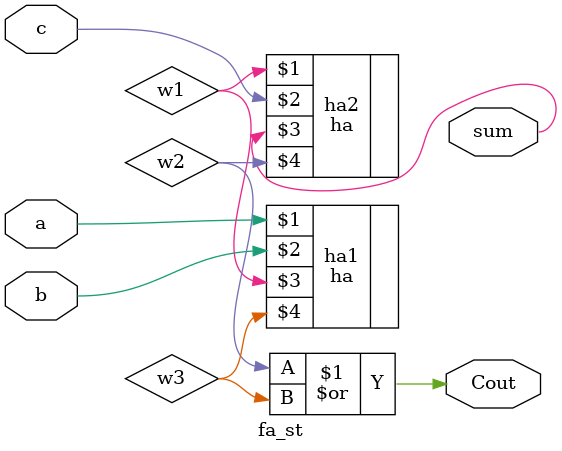
<source format=v>
module fa_st(output sum,Cout, input a,b,c);
wire w1,w2,w3;
ha ha1(a,b,w1,w3);
ha ha2(w1,c,sum,w2);
or or1(Cout,w2,w3);
endmodule

</source>
